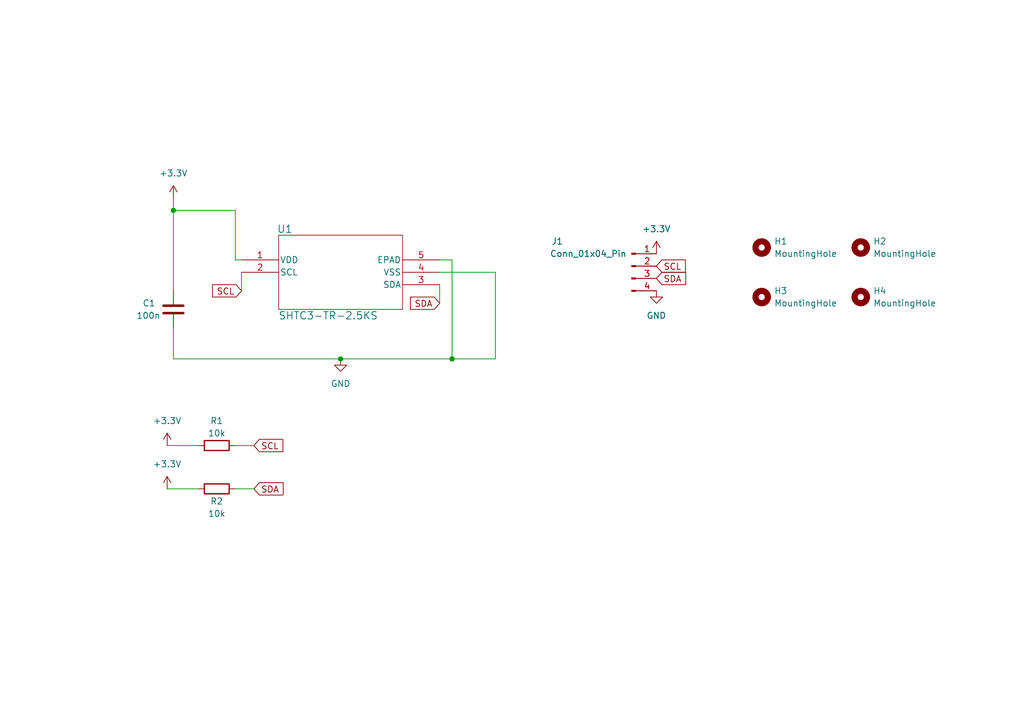
<source format=kicad_sch>
(kicad_sch (version 20230121) (generator eeschema)
  (paper "A5")
  (title_block (title "Temp and humidity sensor breakout board") (rev "v0.1") (company "Carson Elliott"))
  (lib_symbols
    (symbol "Connector:Conn_01x04_Pin" (pin_names (offset 1.016) hide)
      (property "Reference" "J" (at 0 5.08 0))
      (property "Value" "Conn_01x04_Pin" (at 0 -7.62 0))
      (symbol "Conn_01x04_Pin_1_1"
        (polyline (pts (xy 1.27 -5.08) (xy 0.8636 -5.08)) (stroke (width 0.1524)))
        (polyline (pts (xy 1.27 -2.54) (xy 0.8636 -2.54)) (stroke (width 0.1524)))
        (polyline (pts (xy 1.27 0) (xy 0.8636 0)) (stroke (width 0.1524)))
        (polyline (pts (xy 1.27 2.54) (xy 0.8636 2.54)) (stroke (width 0.1524)))
        (rectangle (start 0.8636 -4.953) (end 0 -5.207) (stroke (width 0.1524)) (fill (type outline)))
        (rectangle (start 0.8636 -2.413) (end 0 -2.667) (stroke (width 0.1524)) (fill (type outline)))
        (rectangle (start 0.8636 0.127) (end 0 -0.127) (stroke (width 0.1524)) (fill (type outline)))
        (rectangle (start 0.8636 2.667) (end 0 2.413) (stroke (width 0.1524)) (fill (type outline)))
        (pin passive line (at 5.08 2.54 180) (length 3.81) (name "Pin_1") (number "1"))
        (pin passive line (at 5.08 0 180) (length 3.81) (name "Pin_2") (number "2"))
        (pin passive line (at 5.08 -2.54 180) (length 3.81) (name "Pin_3") (number "3"))
        (pin passive line (at 5.08 -5.08 180) (length 3.81) (name "Pin_4") (number "4"))
      )
    )
    (symbol "Device:C" (pin_numbers hide) (pin_names (offset 0.254))
      (property "Reference" "C" (at 0.635 2.54 0))
      (property "Value" "C" (at 0.635 -2.54 0))
      (symbol "C_0_1"
        (polyline (pts (xy -2.032 -0.762) (xy 2.032 -0.762)) (stroke (width 0.508)))
        (polyline (pts (xy -2.032 0.762) (xy 2.032 0.762)) (stroke (width 0.508)))
      )
      (symbol "C_1_1"
        (pin passive line (at 0 3.81 270) (length 2.794) (name "~") (number "1"))
        (pin passive line (at 0 -3.81 90) (length 2.794) (name "~") (number "2"))
      )
    )
    (symbol "Device:R" (pin_numbers hide) (pin_names (offset 0))
      (property "Reference" "R" (at 2.032 0 90))
      (property "Value" "R" (at 0 0 90))
      (symbol "R_0_1"
        (rectangle (start -1.016 -2.54) (end 1.016 2.54) (stroke (width 0.254)))
      )
      (symbol "R_1_1"
        (pin passive line (at 0 3.81 270) (length 1.27) (name "~") (number "1"))
        (pin passive line (at 0 -3.81 90) (length 1.27) (name "~") (number "2"))
      )
    )
    (symbol "Mechanical:MountingHole" (pin_names (offset 1.016))
      (property "Reference" "H" (at 0 5.08 0))
      (property "Value" "MountingHole" (at 0 3.175 0))
      (symbol "MountingHole_0_1"
        (circle (center 0 0) (radius 1.27) (stroke (width 1.27)))
      )
    )
    (symbol "SHTC3-TR-10KS:SHTC3-TR-2.5KS" (pin_names (offset 0.254))
      (property "Reference" "U" (at 20.32 10.16 0))
      (property "Value" "SHTC3-TR-2.5KS" (at 20.32 7.62 0))
      (symbol "SHTC3-TR-2.5KS_0_1"
        (polyline (pts (xy 7.62 -10.16) (xy 33.02 -10.16)) (stroke (width 0.127)))
        (polyline (pts (xy 7.62 5.08) (xy 7.62 -10.16)) (stroke (width 0.127)))
        (polyline (pts (xy 33.02 -10.16) (xy 33.02 5.08)) (stroke (width 0.127)))
        (polyline (pts (xy 33.02 5.08) (xy 7.62 5.08)) (stroke (width 0.127)))
        (pin power_in line (at 0 0 0) (length 7.62) (name "VDD") (number "1"))
        (pin bidirectional line (at 0 -2.54 0) (length 7.62) (name "SCL") (number "2"))
        (pin bidirectional line (at 40.64 -5.08 180) (length 7.62) (name "SDA") (number "3"))
        (pin power_out line (at 40.64 -2.54 180) (length 7.62) (name "VSS") (number "4"))
        (pin power_out line (at 40.64 0 180) (length 7.62) (name "EPAD") (number "5"))
      )
    )
    (symbol "power:+3.3V" (power) (pin_names (offset 0))
      (property "Value" "+3.3V" (at 0 3.556 0))
      (symbol "+3.3V_0_1"
        (polyline (pts (xy -0.762 1.27) (xy 0 2.54)))
        (polyline (pts (xy 0 0) (xy 0 2.54)))
        (polyline (pts (xy 0 2.54) (xy 0.762 1.27)))
      )
      (symbol "+3.3V_1_1"
        (pin power_in line (at 0 0 90) (length 0) hide (name "+3.3V") (number "1"))
      )
    )
    (symbol "power:GND" (power) (pin_names (offset 0))
      (property "Value" "GND" (at 0 -3.81 0))
      (symbol "GND_0_1"
        (polyline (pts (xy 0 0) (xy 0 -1.27) (xy 1.27 -1.27) (xy 0 -2.54) (xy -1.27 -1.27) (xy 0 -1.27)))
      )
      (symbol "GND_1_1"
        (pin power_in line (at 0 0 270) (length 0) hide (name "GND") (number "1"))
      )
    )
  )
  (junction (at 92.71 73.66))
  (junction (at 69.85 73.66))
  (junction (at 35.56 43.18))
  (wire (pts (xy 69.85 73.66) (xy 92.71 73.66)))
  (wire (pts (xy 35.56 43.18) (xy 35.56 40.64)))
  (wire (pts (xy 35.56 73.66) (xy 69.85 73.66)))
  (wire (pts (xy 48.26 100.33) (xy 52.07 100.33)))
  (wire (pts (xy 92.71 53.34) (xy 92.71 73.66)))
  (wire (pts (xy 35.56 67.31) (xy 35.56 73.66)))
  (wire (pts (xy 101.6 55.88) (xy 101.6 73.66)))
  (wire (pts (xy 35.56 43.18) (xy 35.56 59.69)))
  (wire (pts (xy 48.26 91.44) (xy 52.07 91.44)))
  (wire (pts (xy 101.6 73.66) (xy 92.71 73.66)))
  (wire (pts (xy 34.29 100.33) (xy 40.64 100.33)))
  (wire (pts (xy 90.17 55.88) (xy 101.6 55.88)))
  (wire (pts (xy 48.26 53.34) (xy 49.53 53.34)))
  (wire (pts (xy 49.53 59.69) (xy 49.53 55.88)))
  (wire (pts (xy 92.71 53.34) (xy 90.17 53.34)))
  (wire (pts (xy 34.29 91.44) (xy 40.64 91.44)))
  (wire (pts (xy 90.17 58.42) (xy 90.17 62.23)))
  (wire (pts (xy 48.26 43.18) (xy 48.26 53.34)))
  (wire (pts (xy 35.56 43.18) (xy 48.26 43.18)))
  (global_label "SCL" (shape input) (at 49.53 59.69 180) (property "Intersheetrefs" "${INTERSHEET_REFS}" (effects hide)))
  (global_label "SCL" (shape input) (at 134.62 54.61 0) (property "Intersheetrefs" "${INTERSHEET_REFS}" (effects hide)))
  (global_label "SDA" (shape input) (at 52.07 100.33 0) (property "Intersheetrefs" "${INTERSHEET_REFS}" (effects hide)))
  (global_label "SDA" (shape input) (at 134.62 57.15 0) (property "Intersheetrefs" "${INTERSHEET_REFS}" (effects hide)))
  (global_label "SDA" (shape input) (at 90.17 62.23 180) (property "Intersheetrefs" "${INTERSHEET_REFS}" (effects hide)))
  (global_label "SCL" (shape input) (at 52.07 91.44 0) (property "Intersheetrefs" "${INTERSHEET_REFS}" (effects hide)))
  (symbol (lib_id "Mechanical:MountingHole") (at 156.21 60.96 0) (unit 1)
    (property "Reference" "H3" (at 158.75 59.69 0) (effects (justify left)))
    (property "Value" "MountingHole" (at 158.75 62.23 0) (effects (justify left)))
    (property "Footprint" "MountingHole:MountingHole_2.1mm" (effects hide))
  )
  (symbol (lib_id "Mechanical:MountingHole") (at 176.53 60.96 0) (unit 1)
    (property "Reference" "H4" (at 179.07 59.69 0) (effects (justify left)))
    (property "Value" "MountingHole" (at 179.07 62.23 0) (effects (justify left)))
    (property "Footprint" "MountingHole:MountingHole_2.1mm" (effects hide))
  )
  (symbol (lib_id "Mechanical:MountingHole") (at 176.53 50.8 0) (unit 1)
    (property "Reference" "H2" (at 179.07 49.53 0) (effects (justify left)))
    (property "Value" "MountingHole" (at 179.07 52.07 0) (effects (justify left)))
    (property "Footprint" "MountingHole:MountingHole_2.1mm" (effects hide))
  )
  (symbol (lib_id "power:+3.3V") (at 34.29 91.44 0) (unit 1)
    (property "Reference" "#PWR06" (effects hide))
    (property "Value" "+3.3V" (at 34.29 86.36 0))
  )
  (symbol (lib_id "Device:R") (at 44.45 91.44 90) (unit 1)
    (property "Reference" "R1" (at 44.45 86.36 90))
    (property "Value" "10k" (at 44.45 88.9 90))
    (property "Footprint" "Resistor_SMD:R_0402_1005Metric" (effects hide))
  )
  (symbol (lib_id "Device:R") (at 44.45 100.33 90) (unit 1)
    (property "Reference" "R2" (at 44.45 102.87 90))
    (property "Value" "10k" (at 44.45 105.41 90))
    (property "Footprint" "Resistor_SMD:R_0402_1005Metric" (effects hide))
  )
  (symbol (lib_id "SHTC3-TR-10KS:SHTC3-TR-2.5KS") (at 49.53 53.34 0) (unit 1)
    (property "Reference" "U1" (at 58.42 46.99 0) (effects (font (size 1.524 1.524))))
    (property "Value" "SHTC3-TR-2.5KS" (at 67.31 64.77 0) (effects (font (size 1.524 1.524))))
    (property "Footprint" "SHTC3-TR-10KS:SHTC3_SEN" (effects hide))
    (property "Datasheet" "SHTC3-TR-2.5KS" (effects hide))
  )
  (symbol (lib_id "Device:C") (at 35.56 63.5 0) (unit 1)
    (property "Reference" "C1" (at 29.21 62.23 0) (effects (justify left)))
    (property "Value" "100n" (at 27.94 64.77 0) (effects (justify left)))
    (property "Footprint" "Capacitor_SMD:C_0402_1005Metric" (effects hide))
  )
  (symbol (lib_id "Connector:Conn_01x04_Pin") (at 129.54 54.61 0) (unit 1)
    (property "Reference" "J1" (at 114.3 49.53 0))
    (property "Value" "Conn_01x04_Pin" (at 120.65 52.07 0))
    (property "Footprint" "Connector_PinHeader_1.27mm:PinHeader_1x04_P1.27mm_Vertical" (effects hide))
  )
  (symbol (lib_id "Mechanical:MountingHole") (at 156.21 50.8 0) (unit 1)
    (property "Reference" "H1" (at 158.75 49.53 0) (effects (justify left)))
    (property "Value" "MountingHole" (at 158.75 52.07 0) (effects (justify left)))
    (property "Footprint" "MountingHole:MountingHole_2.1mm" (effects hide))
  )
  (symbol (lib_id "power:+3.3V") (at 134.62 52.07 0) (unit 1)
    (property "Reference" "#PWR04" (effects hide))
    (property "Value" "+3.3V" (at 134.62 46.99 0))
  )
  (symbol (lib_id "power:+3.3V") (at 34.29 100.33 0) (unit 1)
    (property "Reference" "#PWR05" (effects hide))
    (property "Value" "+3.3V" (at 34.29 95.25 0))
  )
  (symbol (lib_id "power:GND") (at 69.85 73.66 0) (unit 1)
    (property "Reference" "#PWR01" (effects hide))
    (property "Value" "GND" (at 69.85 78.74 0))
  )
  (symbol (lib_id "power:+3.3V") (at 35.56 40.64 0) (unit 1)
    (property "Reference" "#PWR02" (effects hide))
    (property "Value" "+3.3V" (at 35.56 35.56 0))
  )
  (symbol (lib_id "power:GND") (at 134.62 59.69 0) (unit 1)
    (property "Reference" "#PWR03" (effects hide))
    (property "Value" "GND" (at 134.62 64.77 0))
  )
)
</source>
